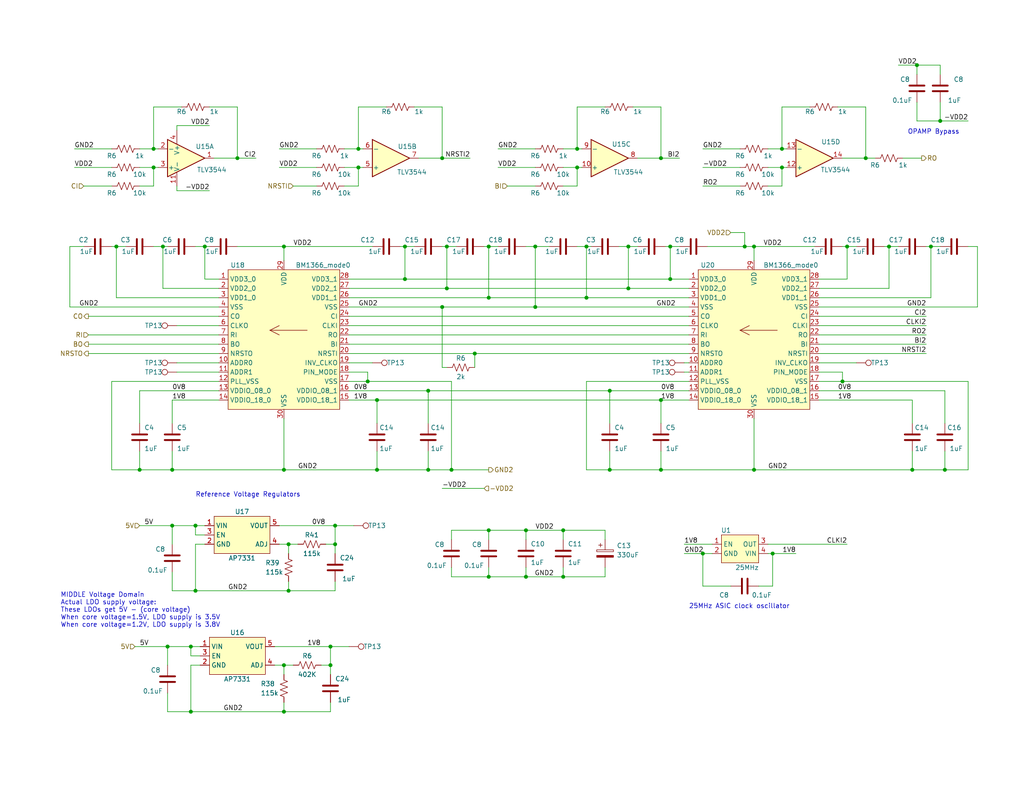
<source format=kicad_sch>
(kicad_sch (version 20231120) (generator "eeschema") (generator_version "8.0")
  (paper "A")
  (title_block (title "bitaxeHex") (date "2024-03-09") (rev "303"))
  (junction (at 41.91 45.72))
  (junction (at 52.07 176.53))
  (junction (at 91.44 143.51))
  (junction (at 153.67 157.48))
  (junction (at 203.2 67.31))
  (junction (at 78.74 148.59))
  (junction (at 157.48 40.64))
  (junction (at 213.36 45.72))
  (junction (at 100.33 104.14))
  (junction (at 46.99 143.51))
  (junction (at 146.05 67.31))
  (junction (at 143.51 157.48) (diameter 0.9144))
  (junction (at 53.34 143.51))
  (junction (at 120.65 83.82))
  (junction (at 41.91 40.64))
  (junction (at 90.17 176.53))
  (junction (at 129.54 96.52))
  (junction (at 123.19 128.27))
  (junction (at 77.47 181.61))
  (junction (at 55.88 67.31))
  (junction (at 133.35 157.48) (diameter 0.9144))
  (junction (at 231.14 67.31))
  (junction (at 254 67.31))
  (junction (at 248.92 128.27))
  (junction (at 229.87 104.14))
  (junction (at 171.45 78.74))
  (junction (at 77.47 67.31))
  (junction (at 133.35 81.28))
  (junction (at 180.34 43.18))
  (junction (at 121.92 78.74))
  (junction (at 90.17 181.61))
  (junction (at 180.34 128.27))
  (junction (at 46.99 128.27))
  (junction (at 153.67 144.78))
  (junction (at 146.05 83.82))
  (junction (at 45.72 176.53))
  (junction (at 53.34 161.29))
  (junction (at 116.84 106.68))
  (junction (at 160.02 81.28))
  (junction (at 102.87 128.27))
  (junction (at 31.75 67.31))
  (junction (at 256.54 33.02))
  (junction (at 38.1 128.27))
  (junction (at 182.88 67.31))
  (junction (at 160.02 67.31))
  (junction (at 236.22 43.18))
  (junction (at 91.44 148.59))
  (junction (at 44.45 67.31))
  (junction (at 166.37 106.68))
  (junction (at 64.77 43.18))
  (junction (at 97.79 45.72))
  (junction (at 97.79 40.64))
  (junction (at 102.87 109.22))
  (junction (at 116.84 128.27))
  (junction (at 213.36 40.64))
  (junction (at 205.74 128.27))
  (junction (at 110.49 76.2))
  (junction (at 250.19 17.78))
  (junction (at 242.57 67.31))
  (junction (at 120.65 43.18))
  (junction (at 257.81 128.27))
  (junction (at 52.07 194.31))
  (junction (at 191.77 151.13))
  (junction (at 77.47 128.27))
  (junction (at 205.74 67.31))
  (junction (at 171.45 67.31))
  (junction (at 210.82 151.13))
  (junction (at 110.49 67.31))
  (junction (at 133.35 67.31))
  (junction (at 166.37 128.27))
  (junction (at 180.34 109.22))
  (junction (at 133.35 144.78) (diameter 0.9144))
  (junction (at 157.48 45.72))
  (junction (at 121.92 67.31))
  (junction (at 77.47 194.31))
  (junction (at 182.88 76.2))
  (junction (at 78.74 161.29))
  (junction (at 143.51 144.78) (diameter 0.9144))
  (wire (pts (xy 186.69 99.06) (xy 187.96 99.06)))
  (wire (pts (xy 97.79 50.8) (xy 97.79 45.72)))
  (wire (pts (xy 171.45 78.74) (xy 171.45 67.31)))
  (wire (pts (xy 223.52 101.6) (xy 229.87 101.6)))
  (wire (pts (xy 87.63 181.61) (xy 90.17 181.61)))
  (wire (pts (xy 223.52 81.28) (xy 254 81.28)))
  (wire (pts (xy 41.91 67.31) (xy 44.45 67.31)))
  (wire (pts (xy 213.36 29.21) (xy 220.98 29.21)))
  (wire (pts (xy 146.05 83.82) (xy 187.96 83.82)))
  (wire (pts (xy 95.25 86.36) (xy 187.96 86.36)))
  (wire (pts (xy 41.91 40.64) (xy 43.18 40.64)))
  (wire (pts (xy 186.69 148.59) (xy 194.31 148.59)))
  (wire (pts (xy 120.65 29.21) (xy 120.65 43.18)))
  (wire (pts (xy 129.54 96.52) (xy 129.54 100.33)))
  (wire (pts (xy 91.44 148.59) (xy 91.44 143.51)))
  (wire (pts (xy 246.38 43.18) (xy 251.46 43.18)))
  (wire (pts (xy 53.34 161.29) (xy 78.74 161.29)))
  (wire (pts (xy 213.36 40.64) (xy 214.63 40.64)))
  (wire (pts (xy 160.02 104.14) (xy 160.02 128.27)))
  (wire (pts (xy 121.92 78.74) (xy 121.92 67.31)))
  (wire (pts (xy 52.07 194.31) (xy 77.47 194.31)))
  (wire (pts (xy 102.87 109.22) (xy 180.34 109.22)))
  (wire (pts (xy 171.45 78.74) (xy 187.96 78.74)))
  (wire (pts (xy 30.48 128.27) (xy 38.1 128.27)))
  (wire (pts (xy 223.52 99.06) (xy 233.68 99.06)))
  (wire (pts (xy 207.01 160.02) (xy 210.82 160.02)))
  (wire (pts (xy 231.14 76.2) (xy 231.14 67.31)))
  (wire (pts (xy 97.79 29.21) (xy 105.41 29.21)))
  (wire (pts (xy 133.35 154.94) (xy 133.35 157.48)))
  (wire (pts (xy 110.49 76.2) (xy 182.88 76.2)))
  (wire (pts (xy 133.35 144.78) (xy 143.51 144.78)))
  (wire (pts (xy 90.17 194.31) (xy 77.47 194.31)))
  (wire (pts (xy 116.84 128.27) (xy 123.19 128.27)))
  (wire (pts (xy 205.74 128.27) (xy 248.92 128.27)))
  (wire (pts (xy 213.36 29.21) (xy 213.36 40.64)))
  (wire (pts (xy 146.05 67.31) (xy 149.86 67.31)))
  (wire (pts (xy 54.61 181.61) (xy 52.07 181.61)))
  (wire (pts (xy 44.45 78.74) (xy 59.69 78.74)))
  (wire (pts (xy 31.75 81.28) (xy 31.75 67.31)))
  (wire (pts (xy 181.61 67.31) (xy 182.88 67.31)))
  (wire (pts (xy 135.89 45.72) (xy 146.05 45.72)))
  (wire (pts (xy 48.26 50.8) (xy 48.26 52.07)))
  (wire (pts (xy 123.19 147.32) (xy 123.19 144.78)))
  (wire (pts (xy 186.69 101.6) (xy 187.96 101.6)))
  (wire (pts (xy 186.69 151.13) (xy 191.77 151.13)))
  (wire (pts (xy 223.52 109.22) (xy 248.92 109.22)))
  (wire (pts (xy 223.52 78.74) (xy 242.57 78.74)))
  (wire (pts (xy 97.79 45.72) (xy 99.06 45.72)))
  (wire (pts (xy 182.88 76.2) (xy 187.96 76.2)))
  (wire (pts (xy 256.54 33.02) (xy 264.16 33.02)))
  (wire (pts (xy 91.44 161.29) (xy 78.74 161.29)))
  (wire (pts (xy 64.77 29.21) (xy 64.77 43.18)))
  (wire (pts (xy 223.52 104.14) (xy 229.87 104.14)))
  (wire (pts (xy 250.19 33.02) (xy 256.54 33.02)))
  (wire (pts (xy 157.48 40.64) (xy 158.75 40.64)))
  (wire (pts (xy 133.35 157.48) (xy 123.19 157.48)))
  (wire (pts (xy 90.17 181.61) (xy 90.17 184.15)))
  (wire (pts (xy 52.07 179.07) (xy 52.07 176.53)))
  (wire (pts (xy 123.19 128.27) (xy 133.35 128.27)))
  (wire (pts (xy 168.91 67.31) (xy 171.45 67.31)))
  (wire (pts (xy 157.48 67.31) (xy 160.02 67.31)))
  (wire (pts (xy 222.25 67.31) (xy 205.74 67.31)))
  (wire (pts (xy 91.44 148.59) (xy 91.44 151.13)))
  (wire (pts (xy 91.44 158.75) (xy 91.44 161.29)))
  (wire (pts (xy 123.19 154.94) (xy 123.19 157.48)))
  (wire (pts (xy 59.69 83.82) (xy 19.05 83.82)))
  (wire (pts (xy 38.1 106.68) (xy 38.1 115.57)))
  (wire (pts (xy 41.91 50.8) (xy 41.91 45.72)))
  (wire (pts (xy 123.19 104.14) (xy 123.19 128.27)))
  (wire (pts (xy 209.55 45.72) (xy 213.36 45.72)))
  (wire (pts (xy 250.19 17.78) (xy 256.54 17.78)))
  (wire (pts (xy 55.88 76.2) (xy 59.69 76.2)))
  (wire (pts (xy 133.35 147.32) (xy 133.35 144.78)))
  (wire (pts (xy 78.74 161.29) (xy 78.74 158.75)))
  (wire (pts (xy 205.74 67.31) (xy 205.74 71.12)))
  (wire (pts (xy 143.51 144.78) (xy 153.67 144.78)))
  (wire (pts (xy 77.47 67.31) (xy 77.47 71.12)))
  (wire (pts (xy 191.77 151.13) (xy 194.31 151.13)))
  (wire (pts (xy 95.25 88.9) (xy 187.96 88.9)))
  (wire (pts (xy 180.34 123.19) (xy 180.34 128.27)))
  (wire (pts (xy 223.52 88.9) (xy 252.73 88.9)))
  (wire (pts (xy 54.61 179.07) (xy 52.07 179.07)))
  (wire (pts (xy 53.34 143.51) (xy 55.88 143.51)))
  (wire (pts (xy 254 67.31) (xy 256.54 67.31)))
  (wire (pts (xy 153.67 147.32) (xy 153.67 144.78)))
  (wire (pts (xy 95.25 91.44) (xy 187.96 91.44)))
  (wire (pts (xy 19.05 67.31) (xy 22.86 67.31)))
  (wire (pts (xy 256.54 27.94) (xy 256.54 33.02)))
  (wire (pts (xy 95.25 104.14) (xy 100.33 104.14)))
  (wire (pts (xy 101.6 67.31) (xy 77.47 67.31)))
  (wire (pts (xy 133.35 81.28) (xy 160.02 81.28)))
  (wire (pts (xy 41.91 45.72) (xy 43.18 45.72)))
  (wire (pts (xy 210.82 151.13) (xy 217.17 151.13)))
  (wire (pts (xy 165.1 154.94) (xy 165.1 157.48)))
  (wire (pts (xy 146.05 83.82) (xy 146.05 67.31)))
  (wire (pts (xy 38.1 106.68) (xy 59.69 106.68)))
  (wire (pts (xy 46.99 143.51) (xy 53.34 143.51)))
  (wire (pts (xy 38.1 143.51) (xy 46.99 143.51)))
  (wire (pts (xy 138.43 50.8) (xy 146.05 50.8)))
  (wire (pts (xy 31.75 67.31) (xy 34.29 67.31)))
  (wire (pts (xy 38.1 128.27) (xy 46.99 128.27)))
  (wire (pts (xy 191.77 40.64) (xy 201.93 40.64)))
  (wire (pts (xy 53.34 67.31) (xy 55.88 67.31)))
  (wire (pts (xy 199.39 160.02) (xy 191.77 160.02)))
  (wire (pts (xy 109.22 67.31) (xy 110.49 67.31)))
  (wire (pts (xy 77.47 181.61) (xy 80.01 181.61)))
  (wire (pts (xy 242.57 78.74) (xy 242.57 67.31)))
  (wire (pts (xy 120.65 43.18) (xy 114.3 43.18)))
  (wire (pts (xy 78.74 148.59) (xy 81.28 148.59)))
  (wire (pts (xy 191.77 45.72) (xy 201.93 45.72)))
  (wire (pts (xy 116.84 106.68) (xy 116.84 115.57)))
  (wire (pts (xy 160.02 81.28) (xy 187.96 81.28)))
  (wire (pts (xy 48.26 52.07) (xy 57.15 52.07)))
  (wire (pts (xy 48.26 88.9) (xy 59.69 88.9)))
  (wire (pts (xy 76.2 148.59) (xy 78.74 148.59)))
  (wire (pts (xy 38.1 50.8) (xy 41.91 50.8)))
  (wire (pts (xy 123.19 144.78) (xy 133.35 144.78)))
  (wire (pts (xy 241.3 67.31) (xy 242.57 67.31)))
  (wire (pts (xy 46.99 161.29) (xy 53.34 161.29)))
  (wire (pts (xy 46.99 123.19) (xy 46.99 128.27)))
  (wire (pts (xy 257.81 128.27) (xy 257.81 123.19)))
  (wire (pts (xy 20.32 40.64) (xy 30.48 40.64)))
  (wire (pts (xy 95.25 93.98) (xy 187.96 93.98)))
  (wire (pts (xy 223.52 91.44) (xy 252.73 91.44)))
  (wire (pts (xy 38.1 40.64) (xy 41.91 40.64)))
  (wire (pts (xy 257.81 106.68) (xy 257.81 115.57)))
  (wire (pts (xy 95.25 96.52) (xy 129.54 96.52)))
  (wire (pts (xy 248.92 109.22) (xy 248.92 115.57)))
  (wire (pts (xy 248.92 123.19) (xy 248.92 128.27)))
  (wire (pts (xy 55.88 146.05) (xy 53.34 146.05)))
  (wire (pts (xy 113.03 29.21) (xy 120.65 29.21)))
  (wire (pts (xy 143.51 154.94) (xy 143.51 157.48)))
  (wire (pts (xy 203.2 63.5) (xy 203.2 67.31)))
  (wire (pts (xy 31.75 81.28) (xy 59.69 81.28)))
  (wire (pts (xy 88.9 148.59) (xy 91.44 148.59)))
  (wire (pts (xy 64.77 67.31) (xy 77.47 67.31)))
  (wire (pts (xy 229.87 67.31) (xy 231.14 67.31)))
  (wire (pts (xy 95.25 83.82) (xy 120.65 83.82)))
  (wire (pts (xy 153.67 40.64) (xy 157.48 40.64)))
  (wire (pts (xy 30.48 67.31) (xy 31.75 67.31)))
  (wire (pts (xy 120.65 43.18) (xy 128.27 43.18)))
  (wire (pts (xy 48.26 99.06) (xy 59.69 99.06)))
  (wire (pts (xy 38.1 45.72) (xy 41.91 45.72)))
  (wire (pts (xy 209.55 50.8) (xy 213.36 50.8)))
  (wire (pts (xy 180.34 29.21) (xy 180.34 43.18)))
  (wire (pts (xy 77.47 181.61) (xy 77.47 184.15)))
  (wire (pts (xy 76.2 143.51) (xy 91.44 143.51)))
  (wire (pts (xy 182.88 67.31) (xy 185.42 67.31)))
  (wire (pts (xy 193.04 67.31) (xy 203.2 67.31)))
  (wire (pts (xy 121.92 67.31) (xy 124.46 67.31)))
  (wire (pts (xy 24.13 86.36) (xy 59.69 86.36)))
  (wire (pts (xy 100.33 104.14) (xy 123.19 104.14)))
  (wire (pts (xy 160.02 81.28) (xy 160.02 67.31)))
  (wire (pts (xy 153.67 50.8) (xy 157.48 50.8)))
  (wire (pts (xy 133.35 67.31) (xy 135.89 67.31)))
  (wire (pts (xy 266.7 83.82) (xy 266.7 67.31)))
  (wire (pts (xy 153.67 45.72) (xy 157.48 45.72)))
  (wire (pts (xy 102.87 128.27) (xy 116.84 128.27)))
  (wire (pts (xy 90.17 181.61) (xy 90.17 176.53)))
  (wire (pts (xy 120.65 83.82) (xy 146.05 83.82)))
  (wire (pts (xy 250.19 27.94) (xy 250.19 33.02)))
  (wire (pts (xy 95.25 101.6) (xy 100.33 101.6)))
  (wire (pts (xy 157.48 29.21) (xy 157.48 40.64)))
  (wire (pts (xy 95.25 99.06) (xy 101.6 99.06)))
  (wire (pts (xy 199.39 63.5) (xy 203.2 63.5)))
  (wire (pts (xy 166.37 128.27) (xy 166.37 123.19)))
  (wire (pts (xy 91.44 143.51) (xy 96.52 143.51)))
  (wire (pts (xy 116.84 106.68) (xy 166.37 106.68)))
  (wire (pts (xy 209.55 151.13) (xy 210.82 151.13)))
  (wire (pts (xy 95.25 81.28) (xy 133.35 81.28)))
  (wire (pts (xy 24.13 96.52) (xy 59.69 96.52)))
  (wire (pts (xy 77.47 114.3) (xy 77.47 128.27)))
  (wire (pts (xy 19.05 83.82) (xy 19.05 67.31)))
  (wire (pts (xy 160.02 104.14) (xy 187.96 104.14)))
  (wire (pts (xy 30.48 104.14) (xy 59.69 104.14)))
  (wire (pts (xy 46.99 109.22) (xy 59.69 109.22)))
  (wire (pts (xy 229.87 43.18) (xy 236.22 43.18)))
  (wire (pts (xy 135.89 40.64) (xy 146.05 40.64)))
  (wire (pts (xy 90.17 191.77) (xy 90.17 194.31)))
  (wire (pts (xy 231.14 67.31) (xy 233.68 67.31)))
  (wire (pts (xy 45.72 194.31) (xy 52.07 194.31)))
  (wire (pts (xy 55.88 67.31) (xy 55.88 76.2)))
  (wire (pts (xy 166.37 106.68) (xy 166.37 115.57)))
  (wire (pts (xy 80.01 50.8) (xy 86.36 50.8)))
  (wire (pts (xy 97.79 40.64) (xy 99.06 40.64)))
  (wire (pts (xy 203.2 67.31) (xy 205.74 67.31)))
  (wire (pts (xy 165.1 147.32) (xy 165.1 144.78)))
  (wire (pts (xy 46.99 128.27) (xy 77.47 128.27)))
  (wire (pts (xy 180.34 109.22) (xy 187.96 109.22)))
  (wire (pts (xy 52.07 176.53) (xy 54.61 176.53)))
  (wire (pts (xy 264.16 104.14) (xy 264.16 128.27)))
  (wire (pts (xy 157.48 29.21) (xy 165.1 29.21)))
  (wire (pts (xy 44.45 78.74) (xy 44.45 67.31)))
  (wire (pts (xy 120.65 67.31) (xy 121.92 67.31)))
  (wire (pts (xy 76.2 40.64) (xy 86.36 40.64)))
  (wire (pts (xy 110.49 76.2) (xy 110.49 67.31)))
  (wire (pts (xy 223.52 96.52) (xy 252.73 96.52)))
  (wire (pts (xy 48.26 35.56) (xy 48.26 34.29)))
  (wire (pts (xy 95.25 76.2) (xy 110.49 76.2)))
  (wire (pts (xy 223.52 83.82) (xy 266.7 83.82)))
  (wire (pts (xy 223.52 106.68) (xy 257.81 106.68)))
  (wire (pts (xy 245.11 17.78) (xy 250.19 17.78)))
  (wire (pts (xy 242.57 67.31) (xy 245.11 67.31)))
  (wire (pts (xy 153.67 154.94) (xy 153.67 157.48)))
  (wire (pts (xy 209.55 148.59) (xy 231.14 148.59)))
  (wire (pts (xy 132.08 67.31) (xy 133.35 67.31)))
  (wire (pts (xy 74.93 181.61) (xy 77.47 181.61)))
  (wire (pts (xy 264.16 128.27) (xy 257.81 128.27)))
  (wire (pts (xy 102.87 109.22) (xy 102.87 115.57)))
  (wire (pts (xy 52.07 181.61) (xy 52.07 194.31)))
  (wire (pts (xy 76.2 45.72) (xy 86.36 45.72)))
  (wire (pts (xy 254 81.28) (xy 254 67.31)))
  (wire (pts (xy 210.82 160.02) (xy 210.82 151.13)))
  (wire (pts (xy 116.84 128.27) (xy 116.84 123.19)))
  (wire (pts (xy 20.32 45.72) (xy 30.48 45.72)))
  (wire (pts (xy 191.77 50.8) (xy 201.93 50.8)))
  (wire (pts (xy 157.48 50.8) (xy 157.48 45.72)))
  (wire (pts (xy 41.91 29.21) (xy 49.53 29.21)))
  (wire (pts (xy 252.73 67.31) (xy 254 67.31)))
  (wire (pts (xy 102.87 123.19) (xy 102.87 128.27)))
  (wire (pts (xy 256.54 20.32) (xy 256.54 17.78)))
  (wire (pts (xy 133.35 81.28) (xy 133.35 67.31)))
  (wire (pts (xy 180.34 109.22) (xy 180.34 115.57)))
  (wire (pts (xy 95.25 109.22) (xy 102.87 109.22)))
  (wire (pts (xy 53.34 148.59) (xy 53.34 161.29)))
  (wire (pts (xy 223.52 86.36) (xy 252.73 86.36)))
  (wire (pts (xy 97.79 29.21) (xy 97.79 40.64)))
  (wire (pts (xy 180.34 128.27) (xy 205.74 128.27)))
  (wire (pts (xy 236.22 29.21) (xy 236.22 43.18)))
  (wire (pts (xy 166.37 106.68) (xy 187.96 106.68)))
  (wire (pts (xy 93.98 45.72) (xy 97.79 45.72)))
  (wire (pts (xy 160.02 128.27) (xy 166.37 128.27)))
  (wire (pts (xy 64.77 43.18) (xy 58.42 43.18)))
  (wire (pts (xy 213.36 45.72) (xy 214.63 45.72)))
  (wire (pts (xy 46.99 156.21) (xy 46.99 161.29)))
  (wire (pts (xy 166.37 128.27) (xy 180.34 128.27)))
  (wire (pts (xy 45.72 189.23) (xy 45.72 194.31)))
  (wire (pts (xy 129.54 96.52) (xy 187.96 96.52)))
  (wire (pts (xy 48.26 101.6) (xy 59.69 101.6)))
  (wire (pts (xy 153.67 157.48) (xy 165.1 157.48)))
  (wire (pts (xy 24.13 91.44) (xy 59.69 91.44)))
  (wire (pts (xy 157.48 45.72) (xy 158.75 45.72)))
  (wire (pts (xy 229.87 101.6) (xy 229.87 104.14)))
  (wire (pts (xy 205.74 114.3) (xy 205.74 128.27)))
  (wire (pts (xy 90.17 176.53) (xy 95.25 176.53)))
  (wire (pts (xy 93.98 40.64) (xy 97.79 40.64)))
  (wire (pts (xy 180.34 43.18) (xy 185.42 43.18)))
  (wire (pts (xy 45.72 176.53) (xy 45.72 181.61)))
  (wire (pts (xy 133.35 157.48) (xy 143.51 157.48)))
  (wire (pts (xy 30.48 128.27) (xy 30.48 104.14)))
  (wire (pts (xy 153.67 144.78) (xy 165.1 144.78)))
  (wire (pts (xy 229.87 104.14) (xy 264.16 104.14)))
  (wire (pts (xy 160.02 67.31) (xy 161.29 67.31)))
  (wire (pts (xy 228.6 29.21) (xy 236.22 29.21)))
  (wire (pts (xy 182.88 67.31) (xy 182.88 76.2)))
  (wire (pts (xy 36.83 176.53) (xy 45.72 176.53)))
  (wire (pts (xy 209.55 40.64) (xy 213.36 40.64)))
  (wire (pts (xy 121.92 100.33) (xy 120.65 100.33)))
  (wire (pts (xy 110.49 67.31) (xy 113.03 67.31)))
  (wire (pts (xy 100.33 101.6) (xy 100.33 104.14)))
  (wire (pts (xy 236.22 43.18) (xy 238.76 43.18)))
  (wire (pts (xy 153.67 157.48) (xy 143.51 157.48)))
  (wire (pts (xy 191.77 160.02) (xy 191.77 151.13)))
  (wire (pts (xy 64.77 43.18) (xy 69.85 43.18)))
  (wire (pts (xy 266.7 67.31) (xy 264.16 67.31)))
  (wire (pts (xy 74.93 176.53) (xy 90.17 176.53)))
  (wire (pts (xy 93.98 50.8) (xy 97.79 50.8)))
  (wire (pts (xy 48.26 34.29) (xy 57.15 34.29)))
  (wire (pts (xy 248.92 128.27) (xy 257.81 128.27)))
  (wire (pts (xy 250.19 17.78) (xy 250.19 20.32)))
  (wire (pts (xy 223.52 93.98) (xy 252.73 93.98)))
  (wire (pts (xy 95.25 106.68) (xy 116.84 106.68)))
  (wire (pts (xy 120.65 100.33) (xy 120.65 83.82)))
  (wire (pts (xy 55.88 148.59) (xy 53.34 148.59)))
  (wire (pts (xy 78.74 148.59) (xy 78.74 151.13)))
  (wire (pts (xy 77.47 128.27) (xy 102.87 128.27)))
  (wire (pts (xy 46.99 109.22) (xy 46.99 115.57)))
  (wire (pts (xy 57.15 29.21) (xy 64.77 29.21)))
  (wire (pts (xy 223.52 76.2) (xy 231.14 76.2)))
  (wire (pts (xy 22.86 50.8) (xy 30.48 50.8)))
  (wire (pts (xy 55.88 67.31) (xy 57.15 67.31)))
  (wire (pts (xy 46.99 143.51) (xy 46.99 148.59)))
  (wire (pts (xy 121.92 78.74) (xy 171.45 78.74)))
  (wire (pts (xy 143.51 147.32) (xy 143.51 144.78)))
  (wire (pts (xy 180.34 43.18) (xy 173.99 43.18)))
  (wire (pts (xy 44.45 67.31) (xy 45.72 67.31)))
  (wire (pts (xy 77.47 194.31) (xy 77.47 191.77)))
  (wire (pts (xy 53.34 146.05) (xy 53.34 143.51)))
  (wire (pts (xy 41.91 29.21) (xy 41.91 40.64)))
  (wire (pts (xy 95.25 78.74) (xy 121.92 78.74)))
  (wire (pts (xy 120.65 133.35) (xy 132.08 133.35)))
  (wire (pts (xy 171.45 67.31) (xy 173.99 67.31)))
  (wire (pts (xy 146.05 67.31) (xy 143.51 67.31)))
  (wire (pts (xy 24.13 93.98) (xy 59.69 93.98)))
  (wire (pts (xy 213.36 50.8) (xy 213.36 45.72)))
  (wire (pts (xy 38.1 123.19) (xy 38.1 128.27)))
  (wire (pts (xy 172.72 29.21) (xy 180.34 29.21)))
  (wire (pts (xy 45.72 176.53) (xy 52.07 176.53)))
  (text "MIDDLE Voltage Domain\nActual LDO supply voltage:\nThese LDOs get 5V - (core voltage)\nWhen core voltage=1.5V, LDO supply is 3.5V\nWhen core voltage=1.2V, LDO supply is 3.8V " (at 16.51 171.45 0) (effects (font (size 1.27 1.27)) (justify left bottom)))
  (text "Reference Voltage Regulators" (at 53.34 135.89 0) (effects (font (size 1.27 1.27)) (justify left bottom)))
  (text "25MHz ASIC clock oscillator" (at 187.96 166.37 0) (effects (font (size 1.27 1.27)) (justify left bottom)))
  (text "OPAMP Bypass" (at 247.65 36.83 0) (effects (font (size 1.27 1.27)) (justify left bottom)))
  (label "BI2" (at 185.42 43.18 180))
  (label "GND2" (at 186.69 151.13 0))
  (label "VDD2" (at 135.89 45.72 0))
  (label "RO2" (at 252.73 91.44 180))
  (label "VDD2" (at 80.01 67.31 0))
  (label "VDD2" (at 76.2 45.72 0))
  (label "NRSTI2" (at 252.73 96.52 180))
  (label "VDD2" (at 20.32 45.72 0))
  (label "VDD2" (at 57.15 34.29 180))
  (label "GND2" (at 60.96 194.31 0))
  (label "0V8" (at 96.52 106.68 0))
  (label "0V8" (at 85.09 143.51 0))
  (label "1V8" (at 96.52 109.22 0))
  (label "5V" (at 38.1 176.53 0))
  (label "GND2" (at 151.13 157.48 180))
  (label "CI2" (at 69.85 43.18 180))
  (label "1V8" (at 83.82 176.53 0))
  (label "NRSTI2" (at 128.27 43.18 180))
  (label "VDD2" (at 208.28 67.31 0))
  (label "5V" (at 39.37 143.51 0))
  (label "GND2" (at 21.59 83.82 0))
  (label "CLKI2" (at 252.73 88.9 180))
  (label "GND2" (at 135.89 40.64 0))
  (label "1V8" (at 217.17 151.13 180))
  (label "BI2" (at 252.73 93.98 180))
  (label "GND2" (at 76.2 40.64 0))
  (label "GND2" (at 179.07 83.82 0))
  (label "RO2" (at 191.77 50.8 0))
  (label "1V8" (at 186.69 148.59 0))
  (label "0V8" (at 180.34 106.68 0))
  (label "1V8" (at 228.6 109.22 0))
  (label "-VDD2" (at 57.15 52.07 180))
  (label "0V8" (at 228.6 106.68 0))
  (label "1V8" (at 46.99 109.22 0))
  (label "GND2" (at 20.32 40.64 0))
  (label "VDD2" (at 146.05 144.78 0))
  (label "-VDD2" (at 120.65 133.35 0))
  (label "GND2" (at 209.55 128.27 0))
  (label "GND2" (at 252.73 83.82 180))
  (label "GND2" (at 191.77 40.64 0))
  (label "-VDD2" (at 264.16 33.02 180))
  (label "GND2" (at 62.23 161.29 0))
  (label "1V8" (at 180.34 109.22 0))
  (label "-VDD2" (at 191.77 45.72 0))
  (label "0V8" (at 46.99 106.68 0))
  (label "VDD2" (at 245.11 17.78 0))
  (label "CLKI2" (at 231.14 148.59 180))
  (label "CI2" (at 252.73 86.36 180))
  (label "GND2" (at 97.79 83.82 0))
  (label "GND2" (at 81.28 128.27 0))
  (hierarchical_label "RO" (shape output) (at 251.46 43.18 0))
  (hierarchical_label "-VDD2" (shape input) (at 132.08 133.35 0))
  (hierarchical_label "5V" (shape input) (at 36.83 176.53 180))
  (hierarchical_label "VDD2" (shape input) (at 199.39 63.5 180))
  (hierarchical_label "BO" (shape output) (at 24.13 93.98 180))
  (hierarchical_label "NRSTI" (shape input) (at 80.01 50.8 180))
  (hierarchical_label "NRSTO" (shape output) (at 24.13 96.52 180))
  (hierarchical_label "CO" (shape output) (at 24.13 86.36 180))
  (hierarchical_label "CI" (shape input) (at 22.86 50.8 180))
  (hierarchical_label "GND2" (shape output) (at 133.35 128.27 0))
  (hierarchical_label "5V" (shape input) (at 38.1 143.51 180))
  (hierarchical_label "BI" (shape input) (at 138.43 50.8 180))
  (hierarchical_label "RI" (shape input) (at 24.13 91.44 180))
  (symbol (lib_id "Device:R_US") (at 125.73 100.33 90) (unit 1)
    (property "Reference" "R6" (at 125.73 97.79 90))
    (property "Value" "2k" (at 125.73 102.87 90))
    (property "Footprint" "Resistor_SMD:R_0402_1005Metric" (effects (hide yes)))
    (property "DK" "YAG2303CT-ND" (effects (hide yes)))
    (property "PARTNO" "RT0402BRD072KL" (effects (hide yes)))
  )
  (symbol (lib_id "Device:C") (at 102.87 119.38 0) (unit 1)
    (property "Reference" "C14" (at 103.505 117.475 0) (effects (justify left bottom)))
    (property "Value" "1uF" (at 103.505 123.19 0) (effects (justify left bottom)))
    (property "Footprint" "Capacitor_SMD:C_0402_1005Metric" (effects (hide yes)))
    (property "DK" "587-5514-1-ND" (effects (hide yes)))
    (property "PARTNO" "EMK105BJ105MV-F" (effects (hide yes)))
  )
  (symbol (lib_id "Device:C") (at 46.99 152.4 180) (unit 1)
    (property "Reference" "C8" (at 45.085 149.225 0) (effects (justify left bottom)))
    (property "Value" "0.1uF" (at 45.72 154.94 0) (effects (justify left bottom)))
    (property "Footprint" "Capacitor_SMD:C_0402_1005Metric" (effects (hide yes)))
    (property "DK" "478-KGM05AR71C104KHCT-ND" (effects (hide yes)))
    (property "PARTNO" "KGM05AR71C104KH" (effects (hide yes)))
  )
  (symbol (lib_id "Device:C") (at 133.35 151.13 180) (unit 1)
    (property "Reference" "C8" (at 131.445 147.955 0) (effects (justify left bottom)))
    (property "Value" "0.1uF" (at 132.08 153.67 0) (effects (justify left bottom)))
    (property "Footprint" "Capacitor_SMD:C_0402_1005Metric" (effects (hide yes)))
    (property "DK" "478-KGM05AR71C104KHCT-ND" (effects (hide yes)))
    (property "PARTNO" "KGM05AR71C104KH" (effects (hide yes)))
  )
  (symbol (lib_id "Connector:TestPoint") (at 48.26 99.06 90) (mirror x) (unit 1) (in_bom no)
    (property "Reference" "TP13" (at 41.91 99.06 90))
    (property "Value" "TestPoint" (effects (hide yes)))
    (property "Footprint" "TestPoint:TestPoint_Pad_D1.0mm" (effects (hide yes)))
  )
  (symbol (lib_id "Device:C") (at 60.96 67.31 90) (unit 1)
    (property "Reference" "C8" (at 58.42 64.77 90) (effects (justify left bottom)))
    (property "Value" "1uF" (at 59.69 67.945 90) (effects (justify left bottom)))
    (property "Footprint" "Capacitor_SMD:C_0402_1005Metric" (effects (hide yes)))
    (property "DK" "587-5514-1-ND" (effects (hide yes)))
    (property "PARTNO" "EMK105BJ105MV-F" (effects (hide yes)))
  )
  (symbol (lib_id "Device:R_US") (at 205.74 45.72 90) (unit 1)
    (property "Reference" "R6" (at 201.93 47.625 90))
    (property "Value" "10k" (at 209.55 47.625 90))
    (property "Footprint" "Resistor_SMD:R_0402_1005Metric" (effects (hide yes)))
    (property "DK" "311-10KJRCT-ND" (effects (hide yes)))
    (property "PARTNO" "RC0402JR-0710KL" (effects (hide yes)))
  )
  (symbol (lib_id "Connector:TestPoint") (at 233.68 99.06 270) (mirror x) (unit 1) (in_bom no)
    (property "Reference" "TP13" (at 240.03 99.06 90))
    (property "Value" "TestPoint" (effects (hide yes)))
    (property "Footprint" "TestPoint:TestPoint_Pad_D1.0mm" (effects (hide yes)))
  )
  (symbol (lib_id "Device:C") (at 116.84 67.31 90) (unit 1)
    (property "Reference" "C15" (at 114.3 64.77 90) (effects (justify left bottom)))
    (property "Value" "1uF" (at 115.57 67.945 90) (effects (justify left bottom)))
    (property "Footprint" "Capacitor_SMD:C_0402_1005Metric" (effects (hide yes)))
    (property "DK" "587-5514-1-ND" (effects (hide yes)))
    (property "PARTNO" "EMK105BJ105MV-F" (effects (hide yes)))
  )
  (symbol (lib_id "Connector:TestPoint") (at 48.26 88.9 90) (mirror x) (unit 1) (in_bom no)
    (property "Reference" "TP13" (at 41.91 88.9 90))
    (property "Value" "TestPoint" (effects (hide yes)))
    (property "Footprint" "TestPoint:TestPoint_Pad_D1.0mm" (effects (hide yes)))
  )
  (symbol (lib_id "Device:C") (at 250.19 24.13 180) (unit 1)
    (property "Reference" "C8" (at 248.285 20.955 0) (effects (justify left bottom)))
    (property "Value" "0.1uF" (at 248.92 26.67 0) (effects (justify left bottom)))
    (property "Footprint" "Capacitor_SMD:C_0402_1005Metric" (effects (hide yes)))
    (property "DK" "478-KGM05AR71C104KHCT-ND" (effects (hide yes)))
    (property "PARTNO" "KGM05AR71C104KH" (effects (hide yes)))
  )
  (symbol (lib_id "Device:C") (at 139.7 67.31 90) (unit 1)
    (property "Reference" "C18" (at 137.16 64.77 90) (effects (justify left bottom)))
    (property "Value" "1uF" (at 138.43 67.945 90) (effects (justify left bottom)))
    (property "Footprint" "Capacitor_SMD:C_0402_1005Metric" (effects (hide yes)))
    (property "DK" "587-5514-1-ND" (effects (hide yes)))
    (property "PARTNO" "EMK105BJ105MV-F" (effects (hide yes)))
  )
  (symbol (lib_name "BM1366_mode0_1") (lib_id "bitaxe:BM1366_mode0") (at 77.47 93.98 0) (unit 1)
    (property "Reference" "U18" (at 62.865 72.39 0) (effects (justify left)))
    (property "Value" "BM1366_mode0" (at 80.645 72.39 0) (effects (justify left)))
    (property "Footprint" "bitaxe:BM1366" (effects (hide yes)))
  )
  (symbol (lib_id "Device:C") (at 256.54 24.13 180) (unit 1)
    (property "Reference" "C8" (at 262.89 20.955 0) (effects (justify left bottom)))
    (property "Value" "1uF" (at 262.255 26.67 0) (effects (justify left bottom)))
    (property "Footprint" "Capacitor_SMD:C_0402_1005Metric" (effects (hide yes)))
    (property "DK" "587-5514-1-ND" (effects (hide yes)))
    (property "PARTNO" "EMK105BJ105MV-F" (effects (hide yes)))
  )
  (symbol (lib_id "Device:R_US") (at 77.47 187.96 180) (unit 1)
    (property "Reference" "R38" (at 71.12 186.69 0) (effects (justify right)))
    (property "Value" "115k" (at 71.12 189.23 0) (effects (justify right)))
    (property "Footprint" "Resistor_SMD:R_0402_1005Metric" (effects (hide yes)))
    (property "DK" "YAG2956CT-ND" (effects (hide yes)))
    (property "PARTNO" "RC0402FR-07115KL" (effects (hide yes)))
  )
  (symbol (lib_id "Device:C") (at 260.35 67.31 90) (unit 1)
    (property "Reference" "C18" (at 257.81 64.77 90) (effects (justify left bottom)))
    (property "Value" "1uF" (at 259.08 67.945 90) (effects (justify left bottom)))
    (property "Footprint" "Capacitor_SMD:C_0402_1005Metric" (effects (hide yes)))
    (property "DK" "587-5514-1-ND" (effects (hide yes)))
    (property "PARTNO" "EMK105BJ105MV-F" (effects (hide yes)))
  )
  (symbol (lib_id "bitaxe:oscillator") (at 201.93 149.86 0) (unit 1)
    (property "Reference" "U1" (at 198.12 144.78 0))
    (property "Value" "25MHz" (at 203.835 154.94 0))
    (property "Footprint" "bitaxe:O 25,0-JO32-B-1V3-1-T1-LF" (effects (hide yes)))
    (property "Datasheet" "https://www.jauch.com/downloadfile/5ef1edcfb8e2f73163c8ce8009ef659d1/jo32-1.8-3.3v.pdf" (effects (hide yes)))
    (property "DK" "1908-O250-JO32-B-1V3-1-T1-LFCT-ND" (effects (hide yes)))
    (property "PARTNO" "O 25,0-JO32-B-1V3-1-T1-LF" (effects (hide yes)))
  )
  (symbol (lib_id "Device:C") (at 105.41 67.31 90) (unit 1)
    (property "Reference" "C12" (at 102.235 64.77 90) (effects (justify left bottom)))
    (property "Value" "1uF" (at 104.14 67.945 90) (effects (justify left bottom)))
    (property "Footprint" "Capacitor_SMD:C_0402_1005Metric" (effects (hide yes)))
    (property "DK" "587-5514-1-ND" (effects (hide yes)))
    (property "PARTNO" "EMK105BJ105MV-F" (effects (hide yes)))
  )
  (symbol (lib_id "Connector:TestPoint") (at 95.25 176.53 270) (mirror x) (unit 1) (in_bom no)
    (property "Reference" "TP13" (at 101.6 176.53 90))
    (property "Value" "TestPoint" (effects (hide yes)))
    (property "Footprint" "TestPoint:TestPoint_Pad_D1.0mm" (effects (hide yes)))
  )
  (symbol (lib_id "Connector:TestPoint") (at 186.69 99.06 90) (mirror x) (unit 1) (in_bom no)
    (property "Reference" "TP13" (at 180.34 99.06 90))
    (property "Value" "TestPoint" (effects (hide yes)))
    (property "Footprint" "TestPoint:TestPoint_Pad_D1.0mm" (effects (hide yes)))
  )
  (symbol (lib_id "Device:R_US") (at 90.17 45.72 90) (unit 1)
    (property "Reference" "R6" (at 86.36 47.625 90))
    (property "Value" "10k" (at 93.98 47.625 90))
    (property "Footprint" "Resistor_SMD:R_0402_1005Metric" (effects (hide yes)))
    (property "DK" "311-10KJRCT-ND" (effects (hide yes)))
    (property "PARTNO" "RC0402JR-0710KL" (effects (hide yes)))
  )
  (symbol (lib_id "Device:C") (at 203.2 160.02 270) (unit 1)
    (property "Reference" "C8" (at 196.215 163.195 90) (effects (justify left bottom)))
    (property "Value" "0.1uF" (at 205.105 163.195 90) (effects (justify left bottom)))
    (property "Footprint" "Capacitor_SMD:C_0402_1005Metric" (effects (hide yes)))
    (property "DK" "478-KGM05AR71C104KHCT-ND" (effects (hide yes)))
    (property "PARTNO" "KGM05AR71C104KH" (effects (hide yes)))
  )
  (symbol (lib_id "Device:R_US") (at 34.29 45.72 270) (unit 1)
    (property "Reference" "R6" (at 30.48 47.625 90))
    (property "Value" "10k" (at 38.1 47.625 90))
    (property "Footprint" "Resistor_SMD:R_0402_1005Metric" (effects (hide yes)))
    (property "DK" "311-10KJRCT-ND" (effects (hide yes)))
    (property "PARTNO" "RC0402JR-0710KL" (effects (hide yes)))
  )
  (symbol (lib_id "Connector:TestPoint") (at 186.69 101.6 90) (mirror x) (unit 1) (in_bom no)
    (property "Reference" "TP13" (at 180.34 101.6 90))
    (property "Value" "TestPoint" (effects (hide yes)))
    (property "Footprint" "TestPoint:TestPoint_Pad_D1.0mm" (effects (hide yes)))
  )
  (symbol (lib_name "TLV3544_2") (lib_id "bitaxe:TLV3544") (at 104.14 43.18 0) (unit 2)
    (property "Reference" "U15" (at 111.125 40.005 0))
    (property "Value" "TLV3544" (at 112.395 46.99 0))
    (property "Footprint" "Package_SO:TSSOP-14_4.4x5mm_P0.65mm" (effects (hide yes)))
    (property "Datasheet" "https://www.ti.com/lit/ds/symlink/tlv3542.pdf" (effects (hide yes)))
    (property "DK" "296-45352-1-ND" (effects (hide yes)))
    (property "PARTNO" "TLV3544IPWR" (effects (hide yes)))
  )
  (symbol (lib_id "Device:C") (at 153.67 151.13 0) (unit 1)
    (property "Reference" "C11" (at 154.94 149.225 0) (effects (justify left bottom)))
    (property "Value" "1uF" (at 154.94 154.305 0) (effects (justify left bottom)))
    (property "Footprint" "Capacitor_SMD:C_0402_1005Metric" (effects (hide yes)))
    (property "DK" "587-5514-1-ND" (effects (hide yes)))
    (property "PARTNO" "EMK105BJ105MV-F" (effects (hide yes)))
  )
  (symbol (lib_id "Device:R_US") (at 53.34 29.21 270) (unit 1)
    (property "Reference" "R6" (at 49.53 30.48 90))
    (property "Value" "1k" (at 58.42 30.48 90))
    (property "Footprint" "Resistor_SMD:R_0402_1005Metric" (effects (hide yes)))
    (property "DK" "311-1.00KLRCT-ND" (effects (hide yes)))
    (property "PARTNO" "RC0402FR-071KL" (effects (hide yes)))
  )
  (symbol (lib_id "Device:C") (at 153.67 67.31 90) (unit 1)
    (property "Reference" "C2" (at 151.13 64.77 90) (effects (justify left bottom)))
    (property "Value" "1uF" (at 152.4 67.945 90) (effects (justify left bottom)))
    (property "Footprint" "Capacitor_SMD:C_0402_1005Metric" (effects (hide yes)))
    (property "DK" "587-5514-1-ND" (effects (hide yes)))
    (property "PARTNO" "EMK105BJ105MV-F" (effects (hide yes)))
  )
  (symbol (lib_id "Device:C") (at 91.44 154.94 0) (unit 1)
    (property "Reference" "C24" (at 92.71 153.035 0) (effects (justify left bottom)))
    (property "Value" "1uF" (at 93.345 158.75 0) (effects (justify left bottom)))
    (property "Footprint" "Capacitor_SMD:C_0402_1005Metric" (effects (hide yes)))
    (property "DK" "587-5514-1-ND" (effects (hide yes)))
    (property "PARTNO" "EMK105BJ105MV-F" (effects (hide yes)))
  )
  (symbol (lib_id "Device:C") (at 177.8 67.31 90) (unit 1)
    (property "Reference" "C6" (at 175.26 64.77 90) (effects (justify left bottom)))
    (property "Value" "1uF" (at 176.53 67.945 90) (effects (justify left bottom)))
    (property "Footprint" "Capacitor_SMD:C_0402_1005Metric" (effects (hide yes)))
    (property "DK" "587-5514-1-ND" (effects (hide yes)))
    (property "PARTNO" "EMK105BJ105MV-F" (effects (hide yes)))
  )
  (symbol (lib_id "Device:C") (at 237.49 67.31 90) (unit 1)
    (property "Reference" "C15" (at 234.95 64.77 90) (effects (justify left bottom)))
    (property "Value" "1uF" (at 236.22 67.945 90) (effects (justify left bottom)))
    (property "Footprint" "Capacitor_SMD:C_0402_1005Metric" (effects (hide yes)))
    (property "DK" "587-5514-1-ND" (effects (hide yes)))
    (property "PARTNO" "EMK105BJ105MV-F" (effects (hide yes)))
  )
  (symbol (lib_id "Device:R_US") (at 149.86 50.8 90) (unit 1)
    (property "Reference" "R6" (at 146.05 52.705 90))
    (property "Value" "10k" (at 153.67 52.705 90))
    (property "Footprint" "Resistor_SMD:R_0402_1005Metric" (effects (hide yes)))
    (property "DK" "311-10KJRCT-ND" (effects (hide yes)))
    (property "PARTNO" "RC0402JR-0710KL" (effects (hide yes)))
  )
  (symbol (lib_name "TLV3544_1") (lib_id "bitaxe:TLV3544") (at 48.26 43.18 0) (unit 1)
    (property "Reference" "U15" (at 55.88 40.005 0))
    (property "Value" "TLV3544" (at 57.785 46.355 0))
    (property "Footprint" "Package_SO:TSSOP-14_4.4x5mm_P0.65mm" (effects (hide yes)))
    (property "Datasheet" "https://www.ti.com/lit/ds/symlink/tlv3542.pdf" (effects (hide yes)))
    (property "DK" "296-45352-1-ND" (effects (hide yes)))
    (property "PARTNO" "TLV3544IPWR" (effects (hide yes)))
  )
  (symbol (lib_id "Device:C") (at 165.1 67.31 90) (unit 1)
    (property "Reference" "C3" (at 162.56 64.77 90) (effects (justify left bottom)))
    (property "Value" "1uF" (at 163.83 67.945 90) (effects (justify left bottom)))
    (property "Footprint" "Capacitor_SMD:C_0402_1005Metric" (effects (hide yes)))
    (property "DK" "587-5514-1-ND" (effects (hide yes)))
    (property "PARTNO" "EMK105BJ105MV-F" (effects (hide yes)))
  )
  (symbol (lib_id "bitaxe:TLV3544") (at 219.71 43.18 0) (unit 4)
    (property "Reference" "U15" (at 226.695 38.735 0))
    (property "Value" "TLV3544" (at 227.965 46.355 0))
    (property "Footprint" "Package_SO:TSSOP-14_4.4x5mm_P0.65mm" (effects (hide yes)))
    (property "Datasheet" "https://www.ti.com/lit/ds/symlink/tlv3542.pdf" (effects (hide yes)))
    (property "DK" "296-45352-1-ND" (effects (hide yes)))
    (property "PARTNO" "TLV3544IPWR" (effects (hide yes)))
  )
  (symbol (lib_id "bitaxe:AP7331") (at 64.77 177.8 0) (unit 1)
    (property "Reference" "U16" (at 64.77 172.72 0))
    (property "Value" "AP7331" (at 64.77 185.42 0))
    (property "Footprint" "Package_TO_SOT_SMD:TSOT-23-5" (effects (hide yes)))
    (property "Datasheet" "https://www.digikey.com/en/products/detail/diodes-incorporated/AP7331-WG-7/2270813" (effects (hide yes)))
    (property "DK" "AP7331-WG-7DICT-ND" (effects (hide yes)))
    (property "PARTNO" "AP7331-WG-7" (effects (hide yes)))
  )
  (symbol (lib_id "Device:C") (at 26.67 67.31 90) (unit 1)
    (property "Reference" "C2" (at 24.13 64.77 90) (effects (justify left bottom)))
    (property "Value" "1uF" (at 25.4 67.945 90) (effects (justify left bottom)))
    (property "Footprint" "Capacitor_SMD:C_0402_1005Metric" (effects (hide yes)))
    (property "DK" "587-5514-1-ND" (effects (hide yes)))
    (property "PARTNO" "EMK105BJ105MV-F" (effects (hide yes)))
  )
  (symbol (lib_id "Device:R_US") (at 149.86 40.64 270) (unit 1)
    (property "Reference" "R6" (at 146.05 42.545 90))
    (property "Value" "1k" (at 153.67 42.545 90))
    (property "Footprint" "Resistor_SMD:R_0402_1005Metric" (effects (hide yes)))
    (property "DK" "311-1.00KLRCT-ND" (effects (hide yes)))
    (property "PARTNO" "RC0402FR-071KL" (effects (hide yes)))
  )
  (symbol (lib_id "Device:C") (at 46.99 119.38 0) (unit 1)
    (property "Reference" "C5" (at 48.26 117.475 0) (effects (justify left bottom)))
    (property "Value" "1uF" (at 48.26 123.19 0) (effects (justify left bottom)))
    (property "Footprint" "Capacitor_SMD:C_0402_1005Metric" (effects (hide yes)))
    (property "DK" "587-5514-1-ND" (effects (hide yes)))
    (property "PARTNO" "EMK105BJ105MV-F" (effects (hide yes)))
  )
  (symbol (lib_id "Device:C") (at 248.92 67.31 90) (unit 1)
    (property "Reference" "C17" (at 246.38 64.77 90) (effects (justify left bottom)))
    (property "Value" "1uF" (at 247.65 67.945 90) (effects (justify left bottom)))
    (property "Footprint" "Capacitor_SMD:C_0402_1005Metric" (effects (hide yes)))
    (property "DK" "587-5514-1-ND" (effects (hide yes)))
    (property "PARTNO" "EMK105BJ105MV-F" (effects (hide yes)))
  )
  (symbol (lib_id "Device:R_US") (at 224.79 29.21 270) (unit 1)
    (property "Reference" "R6" (at 220.98 30.48 90))
    (property "Value" "1k" (at 229.87 30.48 90))
    (property "Footprint" "Resistor_SMD:R_0402_1005Metric" (effects (hide yes)))
    (property "DK" "311-1.00KLRCT-ND" (effects (hide yes)))
    (property "PARTNO" "RC0402FR-071KL" (effects (hide yes)))
  )
  (symbol (lib_id "bitaxe:BM1366_mode0") (at 205.74 93.98 0) (unit 1)
    (property "Reference" "U20" (at 191.135 72.39 0) (effects (justify left)))
    (property "Value" "BM1366_mode0" (at 208.28 72.39 0) (effects (justify left)))
    (property "Footprint" "bitaxe:BM1366" (effects (hide yes)))
  )
  (symbol (lib_id "Device:R_US") (at 90.17 40.64 270) (unit 1)
    (property "Reference" "R6" (at 86.36 42.545 90))
    (property "Value" "1k" (at 93.98 42.545 90))
    (property "Footprint" "Resistor_SMD:R_0402_1005Metric" (effects (hide yes)))
    (property "DK" "311-1.00KLRCT-ND" (effects (hide yes)))
    (property "PARTNO" "RC0402FR-071KL" (effects (hide yes)))
  )
  (symbol (lib_id "Device:C") (at 45.72 185.42 180) (unit 1)
    (property "Reference" "C8" (at 43.815 182.245 0) (effects (justify left bottom)))
    (property "Value" "0.1uF" (at 44.45 187.96 0) (effects (justify left bottom)))
    (property "Footprint" "Capacitor_SMD:C_0402_1005Metric" (effects (hide yes)))
    (property "DK" "478-KGM05AR71C104KHCT-ND" (effects (hide yes)))
    (property "PARTNO" "KGM05AR71C104KH" (effects (hide yes)))
  )
  (symbol (lib_id "Device:R_US") (at 85.09 148.59 90) (unit 1)
    (property "Reference" "R41" (at 85.09 146.05 90))
    (property "Value" "115k" (at 85.09 151.13 90))
    (property "Footprint" "Resistor_SMD:R_0402_1005Metric" (effects (hide yes)))
    (property "DK" "YAG2956CT-ND" (effects (hide yes)))
    (property "PARTNO" "RC0402FR-07115KL" (effects (hide yes)))
  )
  (symbol (lib_id "Device:C") (at 257.81 119.38 0) (unit 1)
    (property "Reference" "C16" (at 258.445 117.475 0) (effects (justify left bottom)))
    (property "Value" "1uF" (at 259.08 123.19 0) (effects (justify left bottom)))
    (property "Footprint" "Capacitor_SMD:C_0402_1005Metric" (effects (hide yes)))
    (property "DK" "587-5514-1-ND" (effects (hide yes)))
    (property "PARTNO" "EMK105BJ105MV-F" (effects (hide yes)))
  )
  (symbol (lib_id "Device:R_US") (at 78.74 154.94 180) (unit 1)
    (property "Reference" "R39" (at 72.39 153.67 0) (effects (justify right)))
    (property "Value" "115k" (at 72.39 156.21 0) (effects (justify right)))
    (property "Footprint" "Resistor_SMD:R_0402_1005Metric" (effects (hide yes)))
    (property "DK" "YAG2956CT-ND" (effects (hide yes)))
    (property "PARTNO" "RC0402FR-07115KL" (effects (hide yes)))
  )
  (symbol (lib_id "Connector:TestPoint") (at 96.52 143.51 270) (mirror x) (unit 1) (in_bom no)
    (property "Reference" "TP13" (at 102.87 143.51 90))
    (property "Value" "TestPoint" (effects (hide yes)))
    (property "Footprint" "TestPoint:TestPoint_Pad_D1.0mm" (effects (hide yes)))
  )
  (symbol (lib_id "bitaxe:AP7331") (at 66.04 144.78 0) (unit 1)
    (property "Reference" "U17" (at 66.04 139.7 0))
    (property "Value" "AP7331" (at 66.04 152.4 0))
    (property "Footprint" "Package_TO_SOT_SMD:TSOT-23-5" (effects (hide yes)))
    (property "Datasheet" "https://www.digikey.com/en/products/detail/diodes-incorporated/AP7331-WG-7/2270813" (effects (hide yes)))
    (property "DK" "AP7331-WG-7DICT-ND" (effects (hide yes)))
    (property "PARTNO" "AP7331-WG-7" (effects (hide yes)))
  )
  (symbol (lib_id "Device:C") (at 38.1 67.31 90) (unit 1)
    (property "Reference" "C3" (at 35.56 64.77 90) (effects (justify left bottom)))
    (property "Value" "1uF" (at 36.83 67.945 90) (effects (justify left bottom)))
    (property "Footprint" "Capacitor_SMD:C_0402_1005Metric" (effects (hide yes)))
    (property "DK" "587-5514-1-ND" (effects (hide yes)))
    (property "PARTNO" "EMK105BJ105MV-F" (effects (hide yes)))
  )
  (symbol (lib_id "Device:C") (at 248.92 119.38 0) (unit 1)
    (property "Reference" "C14" (at 249.555 117.475 0) (effects (justify left bottom)))
    (property "Value" "1uF" (at 249.555 123.19 0) (effects (justify left bottom)))
    (property "Footprint" "Capacitor_SMD:C_0402_1005Metric" (effects (hide yes)))
    (property "DK" "587-5514-1-ND" (effects (hide yes)))
    (property "PARTNO" "EMK105BJ105MV-F" (effects (hide yes)))
  )
  (symbol (lib_id "Device:C") (at 226.06 67.31 90) (unit 1)
    (property "Reference" "C12" (at 222.885 64.77 90) (effects (justify left bottom)))
    (property "Value" "1uF" (at 224.79 67.945 90) (effects (justify left bottom)))
    (property "Footprint" "Capacitor_SMD:C_0402_1005Metric" (effects (hide yes)))
    (property "DK" "587-5514-1-ND" (effects (hide yes)))
    (property "PARTNO" "EMK105BJ105MV-F" (effects (hide yes)))
  )
  (symbol (lib_id "Device:C") (at 166.37 119.38 0) (unit 1)
    (property "Reference" "C4" (at 167.64 117.475 0) (effects (justify left bottom)))
    (property "Value" "1uF" (at 167.64 123.19 0) (effects (justify left bottom)))
    (property "Footprint" "Capacitor_SMD:C_0402_1005Metric" (effects (hide yes)))
    (property "DK" "587-5514-1-ND" (effects (hide yes)))
    (property "PARTNO" "EMK105BJ105MV-F" (effects (hide yes)))
  )
  (symbol (lib_id "Device:R_US") (at 205.74 40.64 270) (unit 1)
    (property "Reference" "R6" (at 201.93 42.545 90))
    (property "Value" "1k" (at 209.55 42.545 90))
    (property "Footprint" "Resistor_SMD:R_0402_1005Metric" (effects (hide yes)))
    (property "DK" "311-1.00KLRCT-ND" (effects (hide yes)))
    (property "PARTNO" "RC0402FR-071KL" (effects (hide yes)))
  )
  (symbol (lib_id "Device:R_US") (at 83.82 181.61 270) (unit 1)
    (property "Reference" "R6" (at 83.82 179.07 90))
    (property "Value" "402K" (at 83.82 184.15 90))
    (property "Footprint" "Resistor_SMD:R_0402_1005Metric" (effects (hide yes)))
    (property "DK" "YAG3151CT-ND" (effects (hide yes)))
    (property "PARTNO" "RC0402FR-07402KL" (effects (hide yes)))
  )
  (symbol (lib_id "Device:C") (at 189.23 67.31 90) (unit 1)
    (property "Reference" "C8" (at 186.69 64.77 90) (effects (justify left bottom)))
    (property "Value" "1uF" (at 187.96 67.945 90) (effects (justify left bottom)))
    (property "Footprint" "Capacitor_SMD:C_0402_1005Metric" (effects (hide yes)))
    (property "DK" "587-5514-1-ND" (effects (hide yes)))
    (property "PARTNO" "EMK105BJ105MV-F" (effects (hide yes)))
  )
  (symbol (lib_id "Connector:TestPoint") (at 48.26 101.6 90) (mirror x) (unit 1) (in_bom no)
    (property "Reference" "TP13" (at 41.91 101.6 90))
    (property "Value" "TestPoint" (effects (hide yes)))
    (property "Footprint" "TestPoint:TestPoint_Pad_D1.0mm" (effects (hide yes)))
  )
  (symbol (lib_id "Device:C") (at 123.19 151.13 180) (unit 1)
    (property "Reference" "C8" (at 121.285 147.955 0) (effects (justify left bottom)))
    (property "Value" "0.1uF" (at 121.92 153.67 0) (effects (justify left bottom)))
    (property "Footprint" "Capacitor_SMD:C_0402_1005Metric" (effects (hide yes)))
    (property "DK" "478-KGM05AR71C104KHCT-ND" (effects (hide yes)))
    (property "PARTNO" "KGM05AR71C104KH" (effects (hide yes)))
  )
  (symbol (lib_id "Device:C") (at 143.51 151.13 0) (unit 1)
    (property "Reference" "C10" (at 144.78 149.225 0) (effects (justify left bottom)))
    (property "Value" "1uF" (at 144.78 154.305 0) (effects (justify left bottom)))
    (property "Footprint" "Capacitor_SMD:C_0402_1005Metric" (effects (hide yes)))
    (property "DK" "587-5514-1-ND" (effects (hide yes)))
    (property "PARTNO" "EMK105BJ105MV-F" (effects (hide yes)))
  )
  (symbol (lib_id "Device:R_US") (at 34.29 50.8 90) (unit 1)
    (property "Reference" "R6" (at 30.48 52.705 90))
    (property "Value" "10k" (at 38.1 52.705 90))
    (property "Footprint" "Resistor_SMD:R_0402_1005Metric" (effects (hide yes)))
    (property "DK" "311-10KJRCT-ND" (effects (hide yes)))
    (property "PARTNO" "RC0402JR-0710KL" (effects (hide yes)))
  )
  (symbol (lib_id "Device:C") (at 116.84 119.38 0) (unit 1)
    (property "Reference" "C14" (at 117.475 117.475 0) (effects (justify left bottom)))
    (property "Value" "1uF" (at 117.475 123.19 0) (effects (justify left bottom)))
    (property "Footprint" "Capacitor_SMD:C_0402_1005Metric" (effects (hide yes)))
    (property "DK" "587-5514-1-ND" (effects (hide yes)))
    (property "PARTNO" "EMK105BJ105MV-F" (effects (hide yes)))
  )
  (symbol (lib_name "TLV3544_3") (lib_id "bitaxe:TLV3544") (at 163.83 43.18 0) (unit 3)
    (property "Reference" "U15" (at 169.545 39.37 0))
    (property "Value" "TLV3544" (at 171.45 46.99 0))
    (property "Footprint" "Package_SO:TSSOP-14_4.4x5mm_P0.65mm" (effects (hide yes)))
    (property "Datasheet" "https://www.ti.com/lit/ds/symlink/tlv3542.pdf" (effects (hide yes)))
    (property "DK" "296-45352-1-ND" (effects (hide yes)))
    (property "PARTNO" "TLV3544IPWR" (effects (hide yes)))
  )
  (symbol (lib_id "Device:R_US") (at 34.29 40.64 270) (unit 1)
    (property "Reference" "R6" (at 30.48 42.545 90))
    (property "Value" "1k" (at 38.1 42.545 90))
    (property "Footprint" "Resistor_SMD:R_0402_1005Metric" (effects (hide yes)))
    (property "DK" "311-1.00KLRCT-ND" (effects (hide yes)))
    (property "PARTNO" "RC0402FR-071KL" (effects (hide yes)))
  )
  (symbol (lib_id "Device:R_US") (at 205.74 50.8 90) (unit 1)
    (property "Reference" "R6" (at 201.93 52.705 90))
    (property "Value" "10k" (at 209.55 52.705 90))
    (property "Footprint" "Resistor_SMD:R_0402_1005Metric" (effects (hide yes)))
    (property "DK" "311-10KJRCT-ND" (effects (hide yes)))
    (property "PARTNO" "RC0402JR-0710KL" (effects (hide yes)))
  )
  (symbol (lib_id "Device:C") (at 128.27 67.31 90) (unit 1)
    (property "Reference" "C17" (at 125.73 64.77 90) (effects (justify left bottom)))
    (property "Value" "1uF" (at 127 67.945 90) (effects (justify left bottom)))
    (property "Footprint" "Capacitor_SMD:C_0402_1005Metric" (effects (hide yes)))
    (property "DK" "587-5514-1-ND" (effects (hide yes)))
    (property "PARTNO" "EMK105BJ105MV-F" (effects (hide yes)))
  )
  (symbol (lib_id "Device:R_US") (at 149.86 45.72 90) (unit 1)
    (property "Reference" "R6" (at 146.05 47.625 90))
    (property "Value" "10k" (at 153.67 47.625 90))
    (property "Footprint" "Resistor_SMD:R_0402_1005Metric" (effects (hide yes)))
    (property "DK" "311-10KJRCT-ND" (effects (hide yes)))
    (property "PARTNO" "RC0402JR-0710KL" (effects (hide yes)))
  )
  (symbol (lib_id "Device:C") (at 38.1 119.38 0) (unit 1)
    (property "Reference" "C4" (at 39.37 117.475 0) (effects (justify left bottom)))
    (property "Value" "1uF" (at 39.37 123.19 0) (effects (justify left bottom)))
    (property "Footprint" "Capacitor_SMD:C_0402_1005Metric" (effects (hide yes)))
    (property "DK" "587-5514-1-ND" (effects (hide yes)))
    (property "PARTNO" "EMK105BJ105MV-F" (effects (hide yes)))
  )
  (symbol (lib_id "Device:R_US") (at 109.22 29.21 270) (unit 1)
    (property "Reference" "R6" (at 105.41 30.48 90))
    (property "Value" "1k" (at 114.3 30.48 90))
    (property "Footprint" "Resistor_SMD:R_0402_1005Metric" (effects (hide yes)))
    (property "DK" "311-1.00KLRCT-ND" (effects (hide yes)))
    (property "PARTNO" "RC0402FR-071KL" (effects (hide yes)))
  )
  (symbol (lib_id "Device:C") (at 49.53 67.31 90) (unit 1)
    (property "Reference" "C6" (at 46.99 64.77 90) (effects (justify left bottom)))
    (property "Value" "1uF" (at 48.26 67.945 90) (effects (justify left bottom)))
    (property "Footprint" "Capacitor_SMD:C_0402_1005Metric" (effects (hide yes)))
    (property "DK" "587-5514-1-ND" (effects (hide yes)))
    (property "PARTNO" "EMK105BJ105MV-F" (effects (hide yes)))
  )
  (symbol (lib_id "Device:R_US") (at 242.57 43.18 270) (unit 1)
    (property "Reference" "R6" (at 238.76 45.085 90))
    (property "Value" "1k" (at 246.38 45.085 90))
    (property "Footprint" "Resistor_SMD:R_0402_1005Metric" (effects (hide yes)))
    (property "DK" "311-1.00KLRCT-ND" (effects (hide yes)))
    (property "PARTNO" "RC0402FR-071KL" (effects (hide yes)))
  )
  (symbol (lib_id "Device:C") (at 180.34 119.38 0) (unit 1)
    (property "Reference" "C5" (at 181.61 117.475 0) (effects (justify left bottom)))
    (property "Value" "1uF" (at 181.61 123.19 0) (effects (justify left bottom)))
    (property "Footprint" "Capacitor_SMD:C_0402_1005Metric" (effects (hide yes)))
    (property "DK" "587-5514-1-ND" (effects (hide yes)))
    (property "PARTNO" "EMK105BJ105MV-F" (effects (hide yes)))
  )
  (symbol (lib_id "Device:C_Polarized") (at 165.1 151.13 0) (unit 1)
    (property "Reference" "C13" (at 168.275 148.9709 0) (effects (justify left)))
    (property "Value" "330uF" (at 168.275 151.5109 0) (effects (justify left)))
    (property "Footprint" "Capacitor_Tantalum_SMD:CP_EIA-7343-31_Kemet-D_Pad2.25x2.55mm_HandSolder" (effects (hide yes)))
    (property "DK" "718-1028-1-ND" (effects (hide yes)))
    (property "PARTNO" "293D337X9010E2TE3" (effects (hide yes)))
  )
  (symbol (lib_id "Device:C") (at 90.17 187.96 0) (unit 1)
    (property "Reference" "C24" (at 91.44 186.055 0) (effects (justify left bottom)))
    (property "Value" "1uF" (at 92.075 191.77 0) (effects (justify left bottom)))
    (property "Footprint" "Capacitor_SMD:C_0402_1005Metric" (effects (hide yes)))
    (property "DK" "587-5514-1-ND" (effects (hide yes)))
    (property "PARTNO" "EMK105BJ105MV-F" (effects (hide yes)))
  )
  (symbol (lib_id "Device:R_US") (at 90.17 50.8 90) (unit 1)
    (property "Reference" "R6" (at 86.36 52.705 90))
    (property "Value" "10k" (at 93.98 52.705 90))
    (property "Footprint" "Resistor_SMD:R_0402_1005Metric" (effects (hide yes)))
    (property "DK" "311-10KJRCT-ND" (effects (hide yes)))
    (property "PARTNO" "RC0402JR-0710KL" (effects (hide yes)))
  )
  (symbol (lib_id "Device:R_US") (at 168.91 29.21 270) (unit 1)
    (property "Reference" "R6" (at 165.1 30.48 90))
    (property "Value" "1k" (at 173.99 30.48 90))
    (property "Footprint" "Resistor_SMD:R_0402_1005Metric" (effects (hide yes)))
    (property "DK" "311-1.00KLRCT-ND" (effects (hide yes)))
    (property "PARTNO" "RC0402FR-071KL" (effects (hide yes)))
  )
  (symbol (lib_id "Connector:TestPoint") (at 101.6 99.06 270) (mirror x) (unit 1) (in_bom no)
    (property "Reference" "TP13" (at 107.95 99.06 90))
    (property "Value" "TestPoint" (effects (hide yes)))
    (property "Footprint" "TestPoint:TestPoint_Pad_D1.0mm" (effects (hide yes)))
  )
)
</source>
